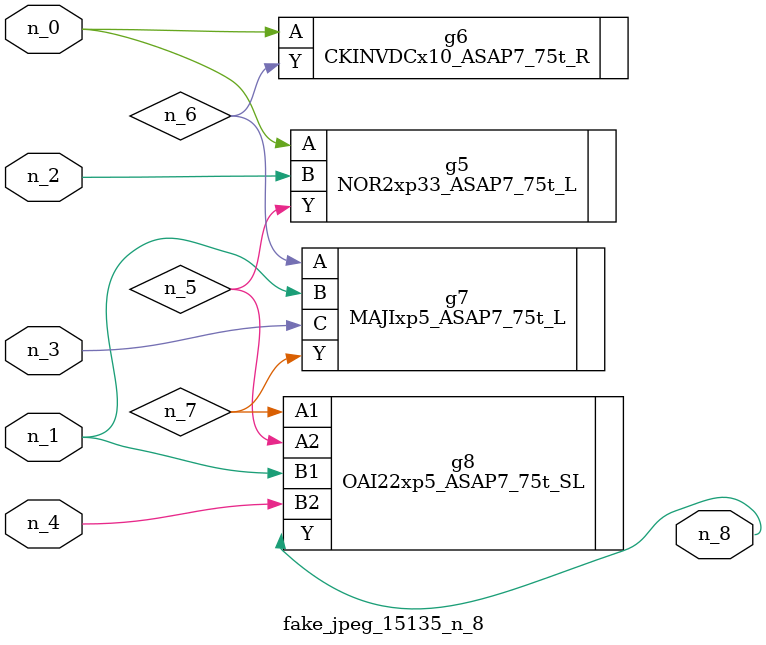
<source format=v>
module fake_jpeg_15135_n_8 (n_3, n_2, n_1, n_0, n_4, n_8);

input n_3;
input n_2;
input n_1;
input n_0;
input n_4;

output n_8;

wire n_6;
wire n_5;
wire n_7;

NOR2xp33_ASAP7_75t_L g5 ( 
.A(n_0),
.B(n_2),
.Y(n_5)
);

CKINVDCx10_ASAP7_75t_R g6 ( 
.A(n_0),
.Y(n_6)
);

MAJIxp5_ASAP7_75t_L g7 ( 
.A(n_6),
.B(n_1),
.C(n_3),
.Y(n_7)
);

OAI22xp5_ASAP7_75t_SL g8 ( 
.A1(n_7),
.A2(n_5),
.B1(n_1),
.B2(n_4),
.Y(n_8)
);


endmodule
</source>
